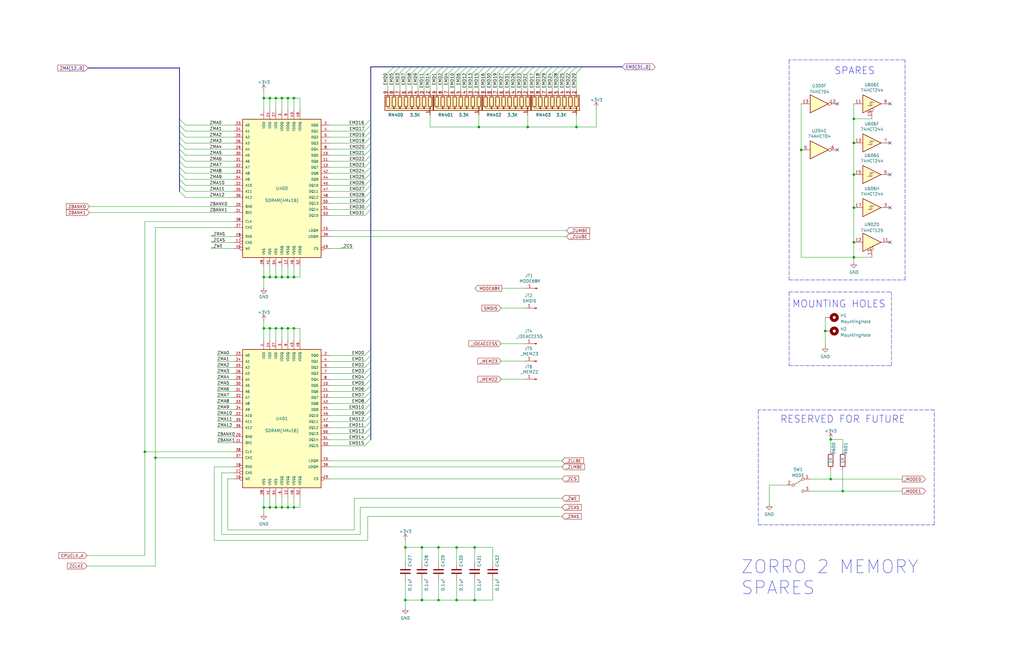
<source format=kicad_sch>
(kicad_sch (version 20211123) (generator eeschema)
  (paper "B")
  (title_block (title "Amiga N2630") (date "2022-11-26") (rev "3.0"))
  (lib_symbols
    (symbol "74xx:74HCT04"
      (property "Reference" "U" (at 0 1.27 0))
      (property "Value" "74HCT04" (at 0 -1.27 0))
      (symbol "74HCT04_1_0"
        (pin input line (at -7.62 0 0) (length 3.81) (name "~") (number "1"))
        (pin output inverted (at 7.62 0 180) (length 3.81) (name "~") (number "2"))
      )
      (symbol "74HCT04_2_0"
        (pin input line (at -7.62 0 0) (length 3.81) (name "~") (number "3"))
        (pin output inverted (at 7.62 0 180) (length 3.81) (name "~") (number "4"))
      )
      (symbol "74HCT04_3_0"
        (pin input line (at -7.62 0 0) (length 3.81) (name "~") (number "5"))
        (pin output inverted (at 7.62 0 180) (length 3.81) (name "~") (number "6"))
      )
      (symbol "74HCT04_4_0"
        (pin output inverted (at 7.62 0 180) (length 3.81) (name "~") (number "8"))
        (pin input line (at -7.62 0 0) (length 3.81) (name "~") (number "9"))
      )
      (symbol "74HCT04_5_0"
        (pin output inverted (at 7.62 0 180) (length 3.81) (name "~") (number "10"))
        (pin input line (at -7.62 0 0) (length 3.81) (name "~") (number "11"))
      )
      (symbol "74HCT04_6_0"
        (pin output inverted (at 7.62 0 180) (length 3.81) (name "~") (number "12"))
        (pin input line (at -7.62 0 0) (length 3.81) (name "~") (number "13"))
      )
      (symbol "74HCT04_7_0"
        (pin power_in line (at 0 12.7 270) (length 5.08) (name "VCC") (number "14"))
        (pin power_in line (at 0 -12.7 90) (length 5.08) (name "GND") (number "7"))
      )
    )
    (symbol "74xx:74LS05" (pin_names (offset 1.016))
      (property "Reference" "U" (at 0 1.27 0))
      (property "Value" "74LS05" (at 0 -1.27 0))
      (symbol "74LS05_1_0"
        (pin input line (at -7.62 0 0) (length 3.81) (name "~") (number "1"))
        (pin open_collector inverted (at 7.62 0 180) (length 3.81) (name "~") (number "2"))
      )
      (symbol "74LS05_2_0"
        (pin input line (at -7.62 0 0) (length 3.81) (name "~") (number "3"))
        (pin open_collector inverted (at 7.62 0 180) (length 3.81) (name "~") (number "4"))
      )
      (symbol "74LS05_3_0"
        (pin input line (at -7.62 0 0) (length 3.81) (name "~") (number "5"))
        (pin open_collector inverted (at 7.62 0 180) (length 3.81) (name "~") (number "6"))
      )
      (symbol "74LS05_4_0"
        (pin open_collector inverted (at 7.62 0 180) (length 3.81) (name "~") (number "8"))
        (pin input line (at -7.62 0 0) (length 3.81) (name "~") (number "9"))
      )
      (symbol "74LS05_5_0"
        (pin open_collector inverted (at 7.62 0 180) (length 3.81) (name "~") (number "10"))
        (pin input line (at -7.62 0 0) (length 3.81) (name "~") (number "11"))
      )
      (symbol "74LS05_6_0"
        (pin open_collector inverted (at 7.62 0 180) (length 3.81) (name "~") (number "12"))
        (pin input line (at -7.62 0 0) (length 3.81) (name "~") (number "13"))
      )
      (symbol "74LS05_7_0"
        (pin power_in line (at 0 12.7 270) (length 5.08) (name "VCC") (number "14"))
        (pin power_in line (at 0 -12.7 90) (length 5.08) (name "GND") (number "7"))
      )
    )
    (symbol "74xx:74LS125" (pin_names (offset 1.016))
      (property "Reference" "U" (at 0 1.27 0))
      (property "Value" "74LS125" (at 0 -1.27 0))
      (symbol "74LS125_1_0"
        (pin input inverted (at 0 -6.35 90) (length 4.445) (name "~") (number "1"))
        (pin input line (at -7.62 0 0) (length 3.81) (name "~") (number "2"))
        (pin tri_state line (at 7.62 0 180) (length 3.81) (name "~") (number "3"))
      )
      (symbol "74LS125_2_0"
        (pin input inverted (at 0 -6.35 90) (length 4.445) (name "~") (number "4"))
        (pin input line (at -7.62 0 0) (length 3.81) (name "~") (number "5"))
        (pin tri_state line (at 7.62 0 180) (length 3.81) (name "~") (number "6"))
      )
      (symbol "74LS125_3_0"
        (pin input inverted (at 0 -6.35 90) (length 4.445) (name "~") (number "10"))
        (pin tri_state line (at 7.62 0 180) (length 3.81) (name "~") (number "8"))
        (pin input line (at -7.62 0 0) (length 3.81) (name "~") (number "9"))
      )
      (symbol "74LS125_4_0"
        (pin tri_state line (at 7.62 0 180) (length 3.81) (name "~") (number "11"))
        (pin input line (at -7.62 0 0) (length 3.81) (name "~") (number "12"))
        (pin input inverted (at 0 -6.35 90) (length 4.445) (name "~") (number "13"))
      )
      (symbol "74LS125_5_0"
        (pin power_in line (at 0 12.7 270) (length 5.08) (name "VCC") (number "14"))
        (pin power_in line (at 0 -12.7 90) (length 5.08) (name "GND") (number "7"))
      )
    )
    (symbol "74xx:74LS244_Split"
      (property "Reference" "U" (at 0 1.27 0))
      (property "Value" "74LS244_Split" (at 0 -1.27 0))
      (symbol "74LS244_Split_1_0"
        (pin input inverted (at 0 -6.35 90) (length 4.445) (name "~") (number "1"))
        (pin tri_state line (at 7.62 0 180) (length 3.81) (name "~") (number "18"))
        (pin input line (at -7.62 0 0) (length 3.81) (name "~") (number "2"))
      )
      (symbol "74LS244_Split_2_0"
        (pin tri_state line (at 7.62 0 180) (length 3.81) (name "~") (number "16"))
        (pin input line (at -7.62 0 0) (length 3.81) (name "~") (number "4"))
      )
      (symbol "74LS244_Split_3_0"
        (pin tri_state line (at 7.62 0 180) (length 3.81) (name "~") (number "14"))
        (pin input line (at -7.62 0 0) (length 3.81) (name "~") (number "6"))
      )
      (symbol "74LS244_Split_4_0"
        (pin tri_state line (at 7.62 0 180) (length 3.81) (name "~") (number "12"))
        (pin input line (at -7.62 0 0) (length 3.81) (name "~") (number "8"))
      )
      (symbol "74LS244_Split_5_0"
        (pin input line (at -7.62 0 0) (length 3.81) (name "~") (number "11"))
        (pin input inverted (at 0 -6.35 90) (length 4.445) (name "~") (number "19"))
        (pin tri_state line (at 7.62 0 180) (length 3.81) (name "~") (number "9"))
      )
      (symbol "74LS244_Split_6_0"
        (pin input line (at -7.62 0 0) (length 3.81) (name "~") (number "13"))
        (pin tri_state line (at 7.62 0 180) (length 3.81) (name "~") (number "7"))
      )
      (symbol "74LS244_Split_7_0"
        (pin input line (at -7.62 0 0) (length 3.81) (name "~") (number "15"))
        (pin tri_state line (at 7.62 0 180) (length 3.81) (name "~") (number "5"))
      )
      (symbol "74LS244_Split_8_0"
        (pin input line (at -7.62 0 0) (length 3.81) (name "~") (number "17"))
        (pin tri_state line (at 7.62 0 180) (length 3.81) (name "~") (number "3"))
      )
      (symbol "74LS244_Split_9_0"
        (pin power_in line (at 0 -12.7 90) (length 5.08) (name "GND") (number "10"))
        (pin power_in line (at 0 12.7 270) (length 5.08) (name "VCC") (number "20"))
      )
    )
    (symbol "Connector:Conn_01x01_Male" (pin_names (offset 1.016) hide)
      (property "Reference" "J" (at 0 2.54 0))
      (property "Value" "Conn_01x01_Male" (at 0 -2.54 0))
      (symbol "Conn_01x01_Male_1_1"
        (pin passive line (at 5.08 0 180) (length 3.81) (name "Pin_1") (number "1"))
      )
    )
    (symbol "Device:C" (pin_numbers hide) (pin_names (offset 0.254))
      (property "Reference" "C" (at 0.635 2.54 0))
      (property "Value" "C" (at 0.635 -2.54 0))
      (symbol "C_1_1"
        (pin passive line (at 0 3.81 270) (length 2.794) (name "~") (number "1"))
        (pin passive line (at 0 -3.81 90) (length 2.794) (name "~") (number "2"))
      )
    )
    (symbol "Device:R" (pin_numbers hide) (pin_names (offset 0))
      (property "Reference" "R" (at 2.032 0 90))
      (property "Value" "R" (at 0 0 90))
      (symbol "R_1_1"
        (pin passive line (at 0 3.81 270) (length 1.27) (name "~") (number "1"))
        (pin passive line (at 0 -3.81 90) (length 1.27) (name "~") (number "2"))
      )
    )
    (symbol "Device:R_Network08" (pin_names (offset 0) hide)
      (property "Reference" "RN" (at -12.7 0 90))
      (property "Value" "R_Network08" (at 10.16 0 90))
      (symbol "R_Network08_1_1"
        (pin passive line (at -10.16 5.08 270) (length 2.54) (name "common") (number "1"))
        (pin passive line (at -10.16 -5.08 90) (length 1.27) (name "R1") (number "2"))
        (pin passive line (at -7.62 -5.08 90) (length 1.27) (name "R2") (number "3"))
        (pin passive line (at -5.08 -5.08 90) (length 1.27) (name "R3") (number "4"))
        (pin passive line (at -2.54 -5.08 90) (length 1.27) (name "R4") (number "5"))
        (pin passive line (at 0 -5.08 90) (length 1.27) (name "R5") (number "6"))
        (pin passive line (at 2.54 -5.08 90) (length 1.27) (name "R6") (number "7"))
        (pin passive line (at 5.08 -5.08 90) (length 1.27) (name "R7") (number "8"))
        (pin passive line (at 7.62 -5.08 90) (length 1.27) (name "R8") (number "9"))
      )
    )
    (symbol "Mechanical:MountingHole_Pad" (pin_numbers hide) (pin_names (offset 1.016) hide)
      (property "Reference" "H" (at 0 6.35 0))
      (property "Value" "MountingHole_Pad" (at 0 4.445 0))
      (symbol "MountingHole_Pad_1_1"
        (pin input line (at 0 -2.54 90) (length 2.54) (name "1") (number "1"))
      )
    )
    (symbol "N2630:SDRAM_256MB(16Mx16)" (pin_names (offset 1.016))
      (property "Reference" "U" (at -1.27 3.81 0))
      (property "Value" "SDRAM_256MB(16Mx16)" (at 0 -3.81 0))
      (symbol "SDRAM_256MB(16Mx16)_0_0"
        (pin input line (at -20.32 -3.81 0) (length 3.81) (name "A12") (number "36"))
      )
      (symbol "SDRAM_256MB(16Mx16)_1_1"
        (pin power_in line (at -7.62 33.02 270) (length 3.81) (name "VDD") (number "1"))
        (pin bidirectional line (at 20.32 13.97 180) (length 3.81) (name "DQ5") (number "10"))
        (pin bidirectional line (at 20.32 11.43 180) (length 3.81) (name "DQ6") (number "11"))
        (pin power_in line (at 2.54 -33.02 90) (length 3.81) (name "VSSQ") (number "12"))
        (pin bidirectional line (at 20.32 8.89 180) (length 3.81) (name "DQ7") (number "13"))
        (pin power_in line (at -5.08 33.02 270) (length 3.81) (name "VDD") (number "14"))
        (pin input line (at 20.32 -17.78 180) (length 3.81) (name "LDQM") (number "15"))
        (pin input inverted (at -20.32 -25.4 0) (length 3.81) (name "WE") (number "16"))
        (pin input inverted (at -20.32 -22.86 0) (length 3.81) (name "CAS") (number "17"))
        (pin input inverted (at -20.32 -20.32 0) (length 3.81) (name "RAS") (number "18"))
        (pin input inverted (at 20.32 -25.4 180) (length 3.81) (name "CS") (number "19"))
        (pin bidirectional line (at 20.32 26.67 180) (length 3.81) (name "DQ0") (number "2"))
        (pin input line (at -20.32 -7.62 0) (length 3.81) (name "BA0") (number "20"))
        (pin input line (at -20.32 -10.16 0) (length 3.81) (name "BA1") (number "21"))
        (pin input line (at -20.32 1.27 0) (length 3.81) (name "A10") (number "22"))
        (pin input line (at -20.32 26.67 0) (length 3.81) (name "A0") (number "23"))
        (pin input line (at -20.32 24.13 0) (length 3.81) (name "A1") (number "24"))
        (pin input line (at -20.32 21.59 0) (length 3.81) (name "A2") (number "25"))
        (pin input line (at -20.32 19.05 0) (length 3.81) (name "A3") (number "26"))
        (pin power_in line (at -2.54 33.02 270) (length 3.81) (name "VDD") (number "27"))
        (pin power_in line (at -7.62 -33.02 90) (length 3.81) (name "VSS") (number "28"))
        (pin input line (at -20.32 16.51 0) (length 3.81) (name "A4") (number "29"))
        (pin power_in line (at 0 33.02 270) (length 3.81) (name "VDDQ") (number "3"))
        (pin input line (at -20.32 13.97 0) (length 3.81) (name "A5") (number "30"))
        (pin input line (at -20.32 11.43 0) (length 3.81) (name "A6") (number "31"))
        (pin input line (at -20.32 8.89 0) (length 3.81) (name "A7") (number "32"))
        (pin input line (at -20.32 6.35 0) (length 3.81) (name "A8") (number "33"))
        (pin input line (at -20.32 3.81 0) (length 3.81) (name "A9") (number "34"))
        (pin input line (at -20.32 -1.27 0) (length 3.81) (name "A11") (number "35"))
        (pin input line (at -20.32 -16.51 0) (length 3.81) (name "CKE") (number "37"))
        (pin input line (at -20.32 -13.97 0) (length 3.81) (name "CLK") (number "38"))
        (pin input line (at 20.32 -20.32 180) (length 3.81) (name "UDQM") (number "39"))
        (pin bidirectional line (at 20.32 24.13 180) (length 3.81) (name "DQ1") (number "4"))
        (pin power_in line (at -5.08 -33.02 90) (length 3.81) (name "VSS") (number "41"))
        (pin bidirectional line (at 20.32 6.35 180) (length 3.81) (name "DQ8") (number "42"))
        (pin power_in line (at 5.08 33.02 270) (length 3.81) (name "VDDQ") (number "43"))
        (pin bidirectional line (at 20.32 3.81 180) (length 3.81) (name "DQ9") (number "44"))
        (pin bidirectional line (at 20.32 1.27 180) (length 3.81) (name "DQ10") (number "45"))
        (pin power_in line (at 5.08 -33.02 90) (length 3.81) (name "VSSQ") (number "46"))
        (pin bidirectional line (at 20.32 -1.27 180) (length 3.81) (name "DQ11") (number "47"))
        (pin bidirectional line (at 20.32 -3.81 180) (length 3.81) (name "DQ12") (number "48"))
        (pin power_in line (at 7.62 33.02 270) (length 3.81) (name "VDDQ") (number "49"))
        (pin bidirectional line (at 20.32 21.59 180) (length 3.81) (name "DQ2") (number "5"))
        (pin bidirectional line (at 20.32 -6.35 180) (length 3.81) (name "DQ13") (number "50"))
        (pin bidirectional line (at 20.32 -8.89 180) (length 3.81) (name "DQ14") (number "51"))
        (pin power_in line (at 7.62 -33.02 90) (length 3.81) (name "VSSQ") (number "52"))
        (pin bidirectional line (at 20.32 -11.43 180) (length 3.81) (name "DQ15") (number "53"))
        (pin power_in line (at -2.54 -33.02 90) (length 3.81) (name "VSS") (number "54"))
        (pin power_in line (at 0 -33.02 90) (length 3.81) (name "VSSQ") (number "6"))
        (pin bidirectional line (at 20.32 19.05 180) (length 3.81) (name "DQ3") (number "7"))
        (pin bidirectional line (at 20.32 16.51 180) (length 3.81) (name "DQ4") (number "8"))
        (pin power_in line (at 2.54 33.02 270) (length 3.81) (name "VDDQ") (number "9"))
      )
    )
    (symbol "Switch:SW_SPDT" (pin_names (offset 0) hide)
      (property "Reference" "SW" (at 0 4.318 0))
      (property "Value" "SW_SPDT" (at 0 -5.08 0))
      (symbol "SW_SPDT_1_1"
        (pin passive line (at 5.08 2.54 180) (length 2.54) (name "A") (number "1"))
        (pin passive line (at -5.08 0 0) (length 2.54) (name "B") (number "2"))
        (pin passive line (at 5.08 -2.54 180) (length 2.54) (name "C") (number "3"))
      )
    )
    (symbol "power:+3.3V" (power) (pin_names (offset 0))
      (property "Value" "+3.3V" (at 0 3.556 0))
      (symbol "+3.3V_1_1"
        (pin power_in line (at 0 0 90) (length 0) hide (name "+3V3") (number "1"))
      )
    )
    (symbol "power:GND" (power) (pin_names (offset 0))
      (property "Value" "GND" (at 0 -3.81 0))
      (symbol "GND_1_1"
        (pin power_in line (at 0 0 270) (length 0) hide (name "GND") (number "1"))
      )
    )
  )
  (junction (at 243.078 53.594))
  (junction (at 170.942 253.238))
  (junction (at 118.872 138.557))
  (junction (at 360.045 108.585))
  (junction (at 222.504 53.594))
  (junction (at 350.266 202.184))
  (junction (at 121.412 41.402))
  (junction (at 111.252 116.967))
  (junction (at 201.93 53.594))
  (junction (at 111.252 138.557))
  (junction (at 337.82 63.246))
  (junction (at 170.942 231.013))
  (junction (at 192.532 231.013))
  (junction (at 123.952 41.402))
  (junction (at 177.927 231.013))
  (junction (at 113.792 214.122))
  (junction (at 113.792 116.967))
  (junction (at 111.252 41.402))
  (junction (at 116.332 41.402))
  (junction (at 177.927 253.238))
  (junction (at 113.792 138.557))
  (junction (at 200.152 253.238))
  (junction (at 355.346 207.264))
  (junction (at 360.045 87.63))
  (junction (at 121.412 138.557))
  (junction (at 61.087 190.627))
  (junction (at 118.872 116.967))
  (junction (at 116.332 116.967))
  (junction (at 113.792 41.402))
  (junction (at 116.332 214.122))
  (junction (at 116.332 138.557))
  (junction (at 360.045 60.325))
  (junction (at 360.045 102.235))
  (junction (at 123.952 138.557))
  (junction (at 123.952 116.967))
  (junction (at 123.952 214.122))
  (junction (at 184.912 253.238))
  (junction (at 347.98 139.7))
  (junction (at 118.872 41.402))
  (junction (at 200.152 231.013))
  (junction (at 360.045 50.165))
  (junction (at 118.872 214.122))
  (junction (at 111.252 214.122))
  (junction (at 350.266 185.42))
  (junction (at 65.532 193.167))
  (junction (at 121.412 214.122))
  (junction (at 360.045 73.66))
  (junction (at 121.412 116.967))
  (junction (at 184.912 231.013))
  (junction (at 192.532 253.238))
  (no_connect (at 353.06 63.246))
  (no_connect (at 375.285 102.235))
  (no_connect (at 375.285 43.815))
  (no_connect (at 375.285 87.63))
  (no_connect (at 375.285 60.325))
  (no_connect (at 375.285 73.66))
  (no_connect (at 353.06 43.815))
  (bus_entry (at 78.232 83.312) (size -2.54 -2.54))
  (bus_entry (at 222.504 30.734) (size 2.54 -2.54))
  (bus_entry (at 230.378 28.194) (size -2.54 2.54))
  (bus_entry (at 153.797 149.987) (size 2.54 -2.54))
  (bus_entry (at 153.797 152.527) (size 2.54 -2.54))
  (bus_entry (at 166.116 28.194) (size -2.54 2.54))
  (bus_entry (at 240.538 30.734) (size 2.54 -2.54))
  (bus_entry (at 217.424 28.194) (size -2.54 2.54))
  (bus_entry (at 196.85 28.194) (size -2.54 2.54))
  (bus_entry (at 243.078 30.734) (size 2.54 -2.54))
  (bus_entry (at 153.797 55.372) (size 2.54 -2.54))
  (bus_entry (at 171.196 28.194) (size -2.54 2.54))
  (bus_entry (at 207.264 28.194) (size -2.54 2.54))
  (bus_entry (at 191.77 28.194) (size -2.54 2.54))
  (bus_entry (at 219.964 30.734) (size 2.54 -2.54))
  (bus_entry (at 153.797 175.387) (size 2.54 -2.54))
  (bus_entry (at 153.797 185.547) (size 2.54 -2.54))
  (bus_entry (at 235.458 28.194) (size -2.54 2.54))
  (bus_entry (at 176.276 28.194) (size -2.54 2.54))
  (bus_entry (at 78.232 80.772) (size -2.54 -2.54))
  (bus_entry (at 178.816 28.194) (size -2.54 2.54))
  (bus_entry (at 237.998 28.194) (size -2.54 2.54))
  (bus_entry (at 153.797 65.532) (size 2.54 -2.54))
  (bus_entry (at 168.656 28.194) (size -2.54 2.54))
  (bus_entry (at 153.797 90.932) (size 2.54 -2.54))
  (bus_entry (at 214.884 28.194) (size -2.54 2.54))
  (bus_entry (at 153.797 157.607) (size 2.54 -2.54))
  (bus_entry (at 232.918 28.194) (size -2.54 2.54))
  (bus_entry (at 153.797 75.692) (size 2.54 -2.54))
  (bus_entry (at 153.797 188.087) (size 2.54 -2.54))
  (bus_entry (at 153.797 70.612) (size 2.54 -2.54))
  (bus_entry (at 153.797 165.227) (size 2.54 -2.54))
  (bus_entry (at 153.797 177.927) (size 2.54 -2.54))
  (bus_entry (at 153.797 80.772) (size 2.54 -2.54))
  (bus_entry (at 178.816 30.734) (size 2.54 -2.54))
  (bus_entry (at 181.356 30.734) (size 2.54 -2.54))
  (bus_entry (at 153.797 160.147) (size 2.54 -2.54))
  (bus_entry (at 199.39 28.194) (size -2.54 2.54))
  (bus_entry (at 153.797 162.687) (size 2.54 -2.54))
  (bus_entry (at 153.797 68.072) (size 2.54 -2.54))
  (bus_entry (at 153.797 57.912) (size 2.54 -2.54))
  (bus_entry (at 194.31 28.194) (size -2.54 2.54))
  (bus_entry (at 153.797 183.007) (size 2.54 -2.54))
  (bus_entry (at 153.797 85.852) (size 2.54 -2.54))
  (bus_entry (at 153.797 170.307) (size 2.54 -2.54))
  (bus_entry (at 153.797 155.067) (size 2.54 -2.54))
  (bus_entry (at 186.69 28.194) (size -2.54 2.54))
  (bus_entry (at 153.797 180.467) (size 2.54 -2.54))
  (bus_entry (at 199.39 30.734) (size 2.54 -2.54))
  (bus_entry (at 153.797 60.452) (size 2.54 -2.54))
  (bus_entry (at 173.736 28.194) (size -2.54 2.54))
  (bus_entry (at 153.797 73.152) (size 2.54 -2.54))
  (bus_entry (at 153.797 172.847) (size 2.54 -2.54))
  (bus_entry (at 240.538 28.194) (size -2.54 2.54))
  (bus_entry (at 201.93 30.734) (size 2.54 -2.54))
  (bus_entry (at 227.838 28.194) (size -2.54 2.54))
  (bus_entry (at 153.797 88.392) (size 2.54 -2.54))
  (bus_entry (at 153.797 83.312) (size 2.54 -2.54))
  (bus_entry (at 153.797 52.832) (size 2.54 -2.54))
  (bus_entry (at 78.232 52.832) (size -2.54 -2.54))
  (bus_entry (at 78.232 55.372) (size -2.54 -2.54))
  (bus_entry (at 78.232 57.912) (size -2.54 -2.54))
  (bus_entry (at 78.232 60.452) (size -2.54 -2.54))
  (bus_entry (at 78.232 62.992) (size -2.54 -2.54))
  (bus_entry (at 78.232 70.612) (size -2.54 -2.54))
  (bus_entry (at 78.232 73.152) (size -2.54 -2.54))
  (bus_entry (at 78.232 75.692) (size -2.54 -2.54))
  (bus_entry (at 78.232 78.232) (size -2.54 -2.54))
  (bus_entry (at 78.232 68.072) (size -2.54 -2.54))
  (bus_entry (at 78.232 65.532) (size -2.54 -2.54))
  (bus_entry (at 189.23 28.194) (size -2.54 2.54))
  (bus_entry (at 219.964 28.194) (size -2.54 2.54))
  (bus_entry (at 209.804 28.194) (size -2.54 2.54))
  (bus_entry (at 153.797 78.232) (size 2.54 -2.54))
  (bus_entry (at 212.344 28.194) (size -2.54 2.54))
  (bus_entry (at 153.797 167.767) (size 2.54 -2.54))
  (bus_entry (at 153.797 62.992) (size 2.54 -2.54))
  (wire (pts (xy 222.504 30.734) (xy 222.504 38.354)))
  (wire (pts (xy 91.567 165.227) (xy 98.552 165.227)))
  (wire (pts (xy 367.665 50.165) (xy 360.045 50.165)))
  (wire (pts (xy 139.192 162.687) (xy 153.797 162.687)))
  (wire (pts (xy 65.532 193.167) (xy 65.532 96.012)))
  (wire (pts (xy 93.472 199.517) (xy 93.472 225.552)))
  (wire (pts (xy 78.232 57.912) (xy 98.552 57.912)))
  (wire (pts (xy 111.252 214.122) (xy 113.792 214.122)))
  (bus (pts (xy 156.337 85.852) (xy 156.337 83.312)))
  (wire (pts (xy 139.192 160.147) (xy 153.797 160.147)))
  (wire (pts (xy 207.772 253.238) (xy 207.772 244.983)))
  (wire (pts (xy 121.412 138.557) (xy 121.412 143.637)))
  (wire (pts (xy 214.884 30.734) (xy 214.884 38.354)))
  (wire (pts (xy 91.567 172.847) (xy 98.552 172.847)))
  (wire (pts (xy 121.412 209.677) (xy 121.412 214.122)))
  (wire (pts (xy 113.792 41.402) (xy 116.332 41.402)))
  (wire (pts (xy 126.492 209.677) (xy 126.492 214.122)))
  (wire (pts (xy 78.232 78.232) (xy 98.552 78.232)))
  (wire (pts (xy 243.078 53.594) (xy 251.46 53.594)))
  (wire (pts (xy 139.192 172.847) (xy 153.797 172.847)))
  (wire (pts (xy 139.192 180.467) (xy 153.797 180.467)))
  (wire (pts (xy 118.872 116.967) (xy 121.412 116.967)))
  (bus (pts (xy 186.69 28.194) (xy 189.23 28.194)))
  (bus (pts (xy 232.918 28.194) (xy 235.458 28.194)))
  (wire (pts (xy 116.332 138.557) (xy 116.332 143.637)))
  (wire (pts (xy 149.352 210.312) (xy 236.982 210.312)))
  (wire (pts (xy 113.792 138.557) (xy 116.332 138.557)))
  (bus (pts (xy 173.736 28.194) (xy 176.276 28.194)))
  (wire (pts (xy 78.232 70.612) (xy 98.552 70.612)))
  (wire (pts (xy 123.952 112.522) (xy 123.952 116.967)))
  (wire (pts (xy 121.412 214.122) (xy 123.952 214.122)))
  (wire (pts (xy 116.332 112.522) (xy 116.332 116.967)))
  (bus (pts (xy 199.39 28.194) (xy 201.93 28.194)))
  (wire (pts (xy 171.196 30.734) (xy 171.196 38.354)))
  (wire (pts (xy 118.872 214.122) (xy 121.412 214.122)))
  (bus (pts (xy 217.424 28.194) (xy 219.964 28.194)))
  (wire (pts (xy 96.012 223.647) (xy 149.352 223.647)))
  (wire (pts (xy 225.298 30.734) (xy 225.298 38.354)))
  (wire (pts (xy 170.942 253.238) (xy 170.942 256.413)))
  (bus (pts (xy 37.084 28.702) (xy 75.692 28.702)))
  (bus (pts (xy 75.692 68.072) (xy 75.692 65.532)))
  (bus (pts (xy 156.337 160.147) (xy 156.337 157.607)))
  (bus (pts (xy 191.77 28.194) (xy 194.31 28.194)))
  (wire (pts (xy 355.346 190.5) (xy 355.346 185.42)))
  (wire (pts (xy 111.252 46.482) (xy 111.252 41.402)))
  (bus (pts (xy 156.337 55.372) (xy 156.337 52.832)))
  (bus (pts (xy 156.337 83.312) (xy 156.337 80.772)))
  (wire (pts (xy 170.942 253.238) (xy 177.927 253.238)))
  (wire (pts (xy 331.47 204.724) (xy 324.358 204.724)))
  (wire (pts (xy 139.192 104.902) (xy 148.717 104.902)))
  (wire (pts (xy 78.232 73.152) (xy 98.552 73.152)))
  (bus (pts (xy 189.23 28.194) (xy 191.77 28.194)))
  (wire (pts (xy 211.328 130.048) (xy 221.234 130.048)))
  (bus (pts (xy 75.692 70.612) (xy 75.692 68.072)))
  (wire (pts (xy 360.045 108.585) (xy 360.045 110.49)))
  (wire (pts (xy 178.816 30.734) (xy 178.816 38.354)))
  (wire (pts (xy 211.328 145.034) (xy 221.234 145.034)))
  (wire (pts (xy 207.772 231.013) (xy 200.152 231.013)))
  (wire (pts (xy 139.192 90.932) (xy 153.797 90.932)))
  (wire (pts (xy 139.192 185.547) (xy 153.797 185.547)))
  (wire (pts (xy 200.152 253.238) (xy 200.152 244.983)))
  (wire (pts (xy 355.346 207.264) (xy 380.492 207.264)))
  (wire (pts (xy 192.532 237.363) (xy 192.532 231.013)))
  (wire (pts (xy 139.192 157.607) (xy 153.797 157.607)))
  (wire (pts (xy 96.012 202.057) (xy 96.012 223.647)))
  (wire (pts (xy 98.552 93.472) (xy 61.087 93.472)))
  (wire (pts (xy 192.532 253.238) (xy 200.152 253.238)))
  (wire (pts (xy 123.952 138.557) (xy 123.952 143.637)))
  (wire (pts (xy 151.892 225.552) (xy 151.892 214.122)))
  (wire (pts (xy 78.232 52.832) (xy 98.552 52.832)))
  (bus (pts (xy 156.337 52.832) (xy 156.337 50.292)))
  (bus (pts (xy 156.337 177.927) (xy 156.337 175.387)))
  (wire (pts (xy 360.045 60.325) (xy 360.045 73.66)))
  (wire (pts (xy 111.252 116.967) (xy 111.252 121.412)))
  (bus (pts (xy 156.337 185.547) (xy 156.337 183.007)))
  (wire (pts (xy 139.192 167.767) (xy 153.797 167.767)))
  (bus (pts (xy 75.692 55.372) (xy 75.692 52.832)))
  (bus (pts (xy 214.884 28.194) (xy 217.424 28.194)))
  (wire (pts (xy 139.192 152.527) (xy 153.797 152.527)))
  (wire (pts (xy 91.567 157.607) (xy 98.552 157.607)))
  (wire (pts (xy 200.152 231.013) (xy 192.532 231.013)))
  (wire (pts (xy 341.63 202.184) (xy 350.266 202.184)))
  (wire (pts (xy 235.458 30.734) (xy 235.458 38.354)))
  (wire (pts (xy 111.252 209.677) (xy 111.252 214.122)))
  (wire (pts (xy 139.192 65.532) (xy 153.797 65.532)))
  (wire (pts (xy 91.5924 180.467) (xy 98.552 180.467)))
  (wire (pts (xy 78.232 65.532) (xy 98.552 65.532)))
  (wire (pts (xy 116.332 138.557) (xy 118.872 138.557)))
  (wire (pts (xy 78.232 55.372) (xy 98.552 55.372)))
  (wire (pts (xy 98.552 199.517) (xy 93.472 199.517)))
  (wire (pts (xy 113.792 116.967) (xy 116.332 116.967)))
  (wire (pts (xy 139.192 78.232) (xy 153.797 78.232)))
  (wire (pts (xy 212.344 30.734) (xy 212.344 38.354)))
  (wire (pts (xy 350.266 202.184) (xy 380.492 202.184)))
  (wire (pts (xy 189.23 30.734) (xy 189.23 38.354)))
  (bus (pts (xy 156.337 183.007) (xy 156.337 180.467)))
  (wire (pts (xy 360.045 73.66) (xy 360.045 87.63)))
  (wire (pts (xy 360.045 108.585) (xy 337.82 108.585)))
  (wire (pts (xy 90.297 228.092) (xy 155.067 228.092)))
  (polyline (pts (xy 332.74 25.273) (xy 332.74 118.11)))
  (bus (pts (xy 156.337 78.232) (xy 156.337 75.692)))
  (wire (pts (xy 91.567 160.147) (xy 98.552 160.147)))
  (polyline (pts (xy 375.92 154.305) (xy 375.92 123.19)))
  (bus (pts (xy 156.337 57.912) (xy 156.337 55.372)))
  (bus (pts (xy 156.337 165.227) (xy 156.337 162.687)))
  (wire (pts (xy 78.232 80.772) (xy 98.552 80.772)))
  (wire (pts (xy 123.952 138.557) (xy 126.492 138.557)))
  (wire (pts (xy 177.927 244.983) (xy 177.927 253.238)))
  (bus (pts (xy 156.337 155.067) (xy 156.337 152.527)))
  (wire (pts (xy 61.087 93.472) (xy 61.087 190.627)))
  (wire (pts (xy 199.39 30.734) (xy 199.39 38.354)))
  (bus (pts (xy 230.378 28.194) (xy 232.918 28.194)))
  (wire (pts (xy 61.087 190.627) (xy 61.087 234.442)))
  (wire (pts (xy 139.192 85.852) (xy 153.797 85.852)))
  (wire (pts (xy 230.378 30.734) (xy 230.378 38.354)))
  (bus (pts (xy 156.337 80.772) (xy 156.337 78.232)))
  (wire (pts (xy 200.152 253.238) (xy 207.772 253.238)))
  (wire (pts (xy 251.46 45.72) (xy 251.46 53.594)))
  (wire (pts (xy 78.232 83.312) (xy 98.552 83.312)))
  (wire (pts (xy 91.5924 177.927) (xy 98.552 177.927)))
  (wire (pts (xy 186.69 30.734) (xy 186.69 38.354)))
  (polyline (pts (xy 381.635 25.273) (xy 332.74 25.273)))
  (wire (pts (xy 139.192 55.372) (xy 153.797 55.372)))
  (wire (pts (xy 139.192 60.452) (xy 153.797 60.452)))
  (bus (pts (xy 227.838 28.194) (xy 230.378 28.194)))
  (polyline (pts (xy 332.74 123.19) (xy 332.74 154.305)))
  (bus (pts (xy 178.816 28.194) (xy 181.356 28.194)))
  (wire (pts (xy 139.192 73.152) (xy 153.797 73.152)))
  (wire (pts (xy 177.927 253.238) (xy 184.912 253.238)))
  (bus (pts (xy 156.337 73.152) (xy 156.337 70.612)))
  (wire (pts (xy 181.356 48.514) (xy 181.356 53.594)))
  (wire (pts (xy 360.045 43.815) (xy 360.045 50.165)))
  (bus (pts (xy 156.337 175.387) (xy 156.337 172.847)))
  (wire (pts (xy 151.892 214.122) (xy 236.982 214.122)))
  (wire (pts (xy 126.492 138.557) (xy 126.492 143.637)))
  (wire (pts (xy 78.232 62.992) (xy 98.552 62.992)))
  (bus (pts (xy 75.692 52.832) (xy 75.692 50.292)))
  (wire (pts (xy 89.027 104.902) (xy 98.552 104.902)))
  (wire (pts (xy 91.567 184.277) (xy 98.552 184.277)))
  (wire (pts (xy 139.192 196.977) (xy 236.982 196.977)))
  (wire (pts (xy 111.252 41.402) (xy 113.792 41.402)))
  (wire (pts (xy 194.31 30.734) (xy 194.31 38.354)))
  (wire (pts (xy 91.567 186.817) (xy 98.552 186.817)))
  (wire (pts (xy 196.85 30.734) (xy 196.85 38.354)))
  (wire (pts (xy 118.872 112.522) (xy 118.872 116.967)))
  (wire (pts (xy 89.027 102.362) (xy 98.552 102.362)))
  (wire (pts (xy 111.252 116.967) (xy 113.792 116.967)))
  (wire (pts (xy 116.332 116.967) (xy 118.872 116.967)))
  (wire (pts (xy 184.15 30.734) (xy 184.15 38.354)))
  (wire (pts (xy 139.192 194.437) (xy 236.982 194.437)))
  (wire (pts (xy 61.087 190.627) (xy 98.552 190.627)))
  (wire (pts (xy 113.792 112.522) (xy 113.792 116.967)))
  (wire (pts (xy 201.93 53.594) (xy 222.504 53.594)))
  (wire (pts (xy 170.942 244.983) (xy 170.942 253.238)))
  (wire (pts (xy 113.792 214.122) (xy 116.332 214.122)))
  (wire (pts (xy 237.998 30.734) (xy 237.998 38.354)))
  (wire (pts (xy 139.192 165.227) (xy 153.797 165.227)))
  (wire (pts (xy 116.332 41.402) (xy 116.332 46.482)))
  (wire (pts (xy 181.356 30.734) (xy 181.356 38.354)))
  (wire (pts (xy 139.192 68.072) (xy 153.797 68.072)))
  (wire (pts (xy 168.656 30.734) (xy 168.656 38.354)))
  (wire (pts (xy 91.567 149.987) (xy 98.552 149.987)))
  (wire (pts (xy 111.252 214.122) (xy 111.252 216.662)))
  (wire (pts (xy 139.192 62.992) (xy 153.797 62.992)))
  (wire (pts (xy 211.328 152.4) (xy 221.234 152.4)))
  (wire (pts (xy 118.872 138.557) (xy 121.412 138.557)))
  (wire (pts (xy 139.192 57.912) (xy 153.797 57.912)))
  (wire (pts (xy 355.346 198.12) (xy 355.346 207.264)))
  (wire (pts (xy 139.192 183.007) (xy 153.797 183.007)))
  (wire (pts (xy 173.736 30.734) (xy 173.736 38.354)))
  (wire (pts (xy 337.82 43.815) (xy 337.82 63.246)))
  (bus (pts (xy 156.337 180.467) (xy 156.337 177.927)))
  (wire (pts (xy 123.952 41.402) (xy 123.952 46.482)))
  (wire (pts (xy 65.532 193.167) (xy 98.552 193.167)))
  (wire (pts (xy 118.872 41.402) (xy 118.872 46.482)))
  (wire (pts (xy 192.532 253.238) (xy 192.532 244.983)))
  (wire (pts (xy 177.927 231.013) (xy 177.927 237.363)))
  (wire (pts (xy 111.252 135.382) (xy 111.252 138.557)))
  (wire (pts (xy 111.252 112.522) (xy 111.252 116.967)))
  (bus (pts (xy 240.538 28.194) (xy 243.078 28.194)))
  (polyline (pts (xy 319.786 221.488) (xy 393.954 221.488)))
  (wire (pts (xy 201.93 30.734) (xy 201.93 38.354)))
  (wire (pts (xy 98.552 196.977) (xy 90.297 196.977)))
  (wire (pts (xy 78.232 60.452) (xy 98.552 60.452)))
  (bus (pts (xy 194.31 28.194) (xy 196.85 28.194)))
  (wire (pts (xy 139.192 202.057) (xy 236.982 202.057)))
  (wire (pts (xy 139.192 177.927) (xy 153.797 177.927)))
  (wire (pts (xy 139.192 83.312) (xy 153.797 83.312)))
  (bus (pts (xy 156.337 152.527) (xy 156.337 149.987)))
  (wire (pts (xy 347.98 133.985) (xy 347.98 139.7)))
  (wire (pts (xy 324.358 204.724) (xy 324.358 212.598)))
  (wire (pts (xy 139.192 88.392) (xy 153.797 88.392)))
  (bus (pts (xy 166.116 28.194) (xy 168.656 28.194)))
  (wire (pts (xy 211.328 160.02) (xy 221.234 160.02)))
  (wire (pts (xy 207.264 30.734) (xy 207.264 38.354)))
  (bus (pts (xy 75.692 57.912) (xy 75.692 55.372)))
  (wire (pts (xy 184.912 231.013) (xy 177.927 231.013)))
  (bus (pts (xy 201.93 28.194) (xy 204.47 28.194)))
  (wire (pts (xy 111.252 38.227) (xy 111.252 41.402)))
  (wire (pts (xy 91.567 162.687) (xy 98.552 162.687)))
  (wire (pts (xy 350.266 198.12) (xy 350.266 202.184)))
  (wire (pts (xy 139.192 155.067) (xy 153.797 155.067)))
  (wire (pts (xy 200.152 237.363) (xy 200.152 231.013)))
  (bus (pts (xy 156.337 167.767) (xy 156.337 165.227)))
  (bus (pts (xy 156.337 172.847) (xy 156.337 170.307)))
  (bus (pts (xy 235.458 28.194) (xy 237.998 28.194)))
  (wire (pts (xy 207.772 237.363) (xy 207.772 231.013)))
  (wire (pts (xy 184.912 244.983) (xy 184.912 253.238)))
  (bus (pts (xy 207.264 28.194) (xy 209.804 28.194)))
  (wire (pts (xy 243.078 48.514) (xy 243.078 53.594)))
  (wire (pts (xy 123.952 41.402) (xy 126.492 41.402)))
  (polyline (pts (xy 319.786 172.974) (xy 319.786 221.488)))
  (wire (pts (xy 222.504 53.594) (xy 243.078 53.594)))
  (wire (pts (xy 91.567 167.767) (xy 98.552 167.767)))
  (bus (pts (xy 212.344 28.194) (xy 214.884 28.194)))
  (wire (pts (xy 191.77 30.734) (xy 191.77 38.354)))
  (wire (pts (xy 139.192 80.772) (xy 153.797 80.772)))
  (bus (pts (xy 75.692 78.232) (xy 75.692 80.772)))
  (wire (pts (xy 177.927 231.013) (xy 170.942 231.013)))
  (wire (pts (xy 204.724 30.734) (xy 204.724 38.354)))
  (wire (pts (xy 139.192 97.282) (xy 238.887 97.282)))
  (bus (pts (xy 176.276 28.194) (xy 178.816 28.194)))
  (wire (pts (xy 78.232 75.692) (xy 98.552 75.692)))
  (wire (pts (xy 121.412 112.522) (xy 121.412 116.967)))
  (bus (pts (xy 156.337 149.987) (xy 156.337 147.447)))
  (wire (pts (xy 149.352 223.647) (xy 149.352 210.312)))
  (wire (pts (xy 111.252 143.637) (xy 111.252 138.557)))
  (wire (pts (xy 123.952 116.967) (xy 126.492 116.967)))
  (wire (pts (xy 360.045 50.165) (xy 360.045 60.325)))
  (wire (pts (xy 98.552 202.057) (xy 96.012 202.057)))
  (wire (pts (xy 139.192 70.612) (xy 153.797 70.612)))
  (bus (pts (xy 156.337 65.532) (xy 156.337 62.992)))
  (bus (pts (xy 181.356 28.194) (xy 183.896 28.194)))
  (polyline (pts (xy 332.74 154.305) (xy 375.92 154.305)))
  (wire (pts (xy 217.424 30.734) (xy 217.424 38.354)))
  (wire (pts (xy 211.582 121.666) (xy 221.488 121.666)))
  (wire (pts (xy 113.792 209.677) (xy 113.792 214.122)))
  (bus (pts (xy 156.337 68.072) (xy 156.337 65.532)))
  (bus (pts (xy 222.504 28.194) (xy 225.044 28.194)))
  (bus (pts (xy 75.692 75.692) (xy 75.692 78.232)))
  (bus (pts (xy 75.692 73.152) (xy 75.692 75.692)))
  (bus (pts (xy 75.692 65.532) (xy 75.692 62.992)))
  (polyline (pts (xy 332.74 118.11) (xy 381.635 118.11)))
  (wire (pts (xy 176.276 30.734) (xy 176.276 38.354)))
  (bus (pts (xy 183.896 28.194) (xy 186.69 28.194)))
  (wire (pts (xy 219.964 30.734) (xy 219.964 38.354)))
  (wire (pts (xy 139.192 75.692) (xy 153.797 75.692)))
  (bus (pts (xy 225.044 28.194) (xy 227.838 28.194)))
  (bus (pts (xy 156.337 170.307) (xy 156.337 167.767)))
  (wire (pts (xy 240.538 30.734) (xy 240.538 38.354)))
  (bus (pts (xy 156.337 70.612) (xy 156.337 68.072)))
  (bus (pts (xy 75.692 60.452) (xy 75.692 57.912)))
  (bus (pts (xy 219.964 28.194) (xy 222.504 28.194)))
  (wire (pts (xy 209.804 30.734) (xy 209.804 38.354)))
  (wire (pts (xy 222.504 48.514) (xy 222.504 53.594)))
  (wire (pts (xy 36.703 238.887) (xy 65.532 238.887)))
  (wire (pts (xy 91.567 155.067) (xy 98.552 155.067)))
  (wire (pts (xy 232.918 30.734) (xy 232.918 38.354)))
  (wire (pts (xy 121.412 41.402) (xy 123.952 41.402)))
  (wire (pts (xy 184.912 231.013) (xy 184.912 237.363)))
  (wire (pts (xy 350.266 185.42) (xy 350.266 190.5)))
  (wire (pts (xy 118.872 209.677) (xy 118.872 214.122)))
  (wire (pts (xy 166.116 30.734) (xy 166.116 38.354)))
  (polyline (pts (xy 393.954 172.974) (xy 319.786 172.974)))
  (wire (pts (xy 89.027 99.822) (xy 98.552 99.822)))
  (wire (pts (xy 243.078 30.734) (xy 243.078 38.354)))
  (wire (pts (xy 91.567 175.387) (xy 98.552 175.387)))
  (wire (pts (xy 113.792 41.402) (xy 113.792 46.482)))
  (bus (pts (xy 156.337 88.392) (xy 156.337 85.852)))
  (wire (pts (xy 355.346 185.42) (xy 350.266 185.42)))
  (wire (pts (xy 116.332 209.677) (xy 116.332 214.122)))
  (bus (pts (xy 196.85 28.194) (xy 199.39 28.194)))
  (wire (pts (xy 121.412 138.557) (xy 123.952 138.557)))
  (bus (pts (xy 237.998 28.194) (xy 240.538 28.194)))
  (wire (pts (xy 126.492 112.522) (xy 126.492 116.967)))
  (wire (pts (xy 341.63 207.264) (xy 355.346 207.264)))
  (wire (pts (xy 170.942 231.013) (xy 170.942 237.363)))
  (bus (pts (xy 156.337 75.692) (xy 156.337 73.152)))
  (wire (pts (xy 91.567 152.527) (xy 98.552 152.527)))
  (wire (pts (xy 90.297 196.977) (xy 90.297 228.092)))
  (bus (pts (xy 156.337 147.447) (xy 156.337 88.392)))
  (wire (pts (xy 65.532 96.012) (xy 98.552 96.012)))
  (wire (pts (xy 123.952 209.677) (xy 123.952 214.122)))
  (bus (pts (xy 243.078 28.194) (xy 245.618 28.194)))
  (bus (pts (xy 156.337 28.194) (xy 156.337 50.292)))
  (bus (pts (xy 209.804 28.194) (xy 212.344 28.194)))
  (wire (pts (xy 139.192 175.387) (xy 153.797 175.387)))
  (wire (pts (xy 126.492 41.402) (xy 126.492 46.482)))
  (wire (pts (xy 184.912 253.238) (xy 192.532 253.238)))
  (polyline (pts (xy 393.954 221.488) (xy 393.954 172.974)))
  (wire (pts (xy 181.356 53.594) (xy 201.93 53.594)))
  (wire (pts (xy 155.067 228.092) (xy 155.067 217.932)))
  (wire (pts (xy 192.532 231.013) (xy 184.912 231.013)))
  (wire (pts (xy 121.412 41.402) (xy 121.412 46.482)))
  (bus (pts (xy 245.618 28.194) (xy 262.382 28.194)))
  (bus (pts (xy 168.656 28.194) (xy 171.196 28.194)))
  (wire (pts (xy 36.703 234.442) (xy 61.087 234.442)))
  (wire (pts (xy 113.792 138.557) (xy 113.792 143.637)))
  (wire (pts (xy 337.82 63.246) (xy 337.82 108.585)))
  (polyline (pts (xy 332.74 123.19) (xy 375.92 123.19)))
  (wire (pts (xy 360.045 108.585) (xy 367.665 108.585)))
  (wire (pts (xy 93.472 225.552) (xy 151.892 225.552)))
  (wire (pts (xy 347.98 139.7) (xy 347.98 146.05)))
  (polyline (pts (xy 381.635 118.11) (xy 381.635 25.273)))
  (bus (pts (xy 156.337 60.452) (xy 156.337 57.912)))
  (wire (pts (xy 37.719 87.122) (xy 98.552 87.122)))
  (wire (pts (xy 139.192 52.832) (xy 153.797 52.832)))
  (wire (pts (xy 360.045 87.63) (xy 360.045 102.235)))
  (wire (pts (xy 116.332 41.402) (xy 118.872 41.402)))
  (bus (pts (xy 75.692 62.992) (xy 75.692 60.452)))
  (wire (pts (xy 139.192 188.087) (xy 153.797 188.087)))
  (bus (pts (xy 171.196 28.194) (xy 173.736 28.194)))
  (wire (pts (xy 139.192 99.822) (xy 238.887 99.822)))
  (wire (pts (xy 91.567 170.307) (xy 98.552 170.307)))
  (wire (pts (xy 139.192 170.307) (xy 153.797 170.307)))
  (wire (pts (xy 155.067 217.932) (xy 236.982 217.932)))
  (wire (pts (xy 201.93 48.514) (xy 201.93 53.594)))
  (bus (pts (xy 75.692 50.292) (xy 75.692 28.702)))
  (wire (pts (xy 170.942 227.838) (xy 170.942 231.013)))
  (wire (pts (xy 121.412 116.967) (xy 123.952 116.967)))
  (bus (pts (xy 156.337 157.607) (xy 156.337 155.067)))
  (wire (pts (xy 118.872 41.402) (xy 121.412 41.402)))
  (bus (pts (xy 156.337 162.687) (xy 156.337 160.147)))
  (wire (pts (xy 163.576 30.734) (xy 163.576 38.354)))
  (bus (pts (xy 156.337 28.194) (xy 166.116 28.194)))
  (bus (pts (xy 156.337 62.992) (xy 156.337 60.452)))
  (wire (pts (xy 227.838 30.734) (xy 227.838 38.354)))
  (wire (pts (xy 139.192 149.987) (xy 153.797 149.987)))
  (wire (pts (xy 118.872 138.557) (xy 118.872 143.637)))
  (bus (pts (xy 75.692 73.152) (xy 75.692 70.612)))
  (wire (pts (xy 98.552 89.662) (xy 37.719 89.662)))
  (wire (pts (xy 116.332 214.122) (xy 118.872 214.122)))
  (wire (pts (xy 111.252 138.557) (xy 113.792 138.557)))
  (bus (pts (xy 204.47 28.194) (xy 207.264 28.194)))
  (wire (pts (xy 78.232 68.072) (xy 98.552 68.072)))
  (wire (pts (xy 360.045 102.235) (xy 360.045 108.585)))
  (wire (pts (xy 123.952 214.122) (xy 126.492 214.122)))
  (wire (pts (xy 65.532 238.887) (xy 65.532 193.167)))
  (text "ZORRO 2 MEMORY\nSPARES" (at 312.42 251.46 0) (effects (font (size 5.5 5.5)) (justify left bottom)))
  (text "MOUNTING HOLES" (at 334.01 130.175 0) (effects (font (size 3 3)) (justify left bottom)))
  (text "RESERVED FOR FUTURE" (at 328.93 178.816 0) (effects (font (size 3 3)) (justify left bottom)))
  (text "SPARES" (at 351.79 31.75 0) (effects (font (size 2.9972 2.9972)) (justify left bottom)))
  (label "EMD16" (at 204.724 30.734 270))
  (label "EMD2" (at 186.69 30.734 270))
  (label "ZMA8" (at 88.392 73.152 0))
  (label "EMD27" (at 212.344 30.734 270))
  (label "ZMA1" (at 88.392 55.372 0))
  (label "EMD10" (at 153.6446 172.847 180))
  (label "EMD9" (at 176.276 30.734 270))
  (label "ZMA3" (at 91.567 157.607 0))
  (label "ZMA9" (at 88.392 75.692 0))
  (label "EMD12" (at 196.85 30.734 270))
  (label "EMD28" (at 153.797 83.312 180))
  (label "EMD25" (at 237.998 30.734 270))
  (label "EMD25" (at 153.797 75.692 180))
  (label "ZMA8" (at 91.567 170.307 0))
  (label "EMD21" (at 222.504 30.734 270))
  (label "ZMA9" (at 91.567 172.847 0))
  (label "EMD7" (at 153.6446 167.767 180))
  (label "EMD14" (at 181.356 30.734 270))
  (label "ZMA10" (at 91.567 175.387 0))
  (label "ZMA2" (at 88.392 57.912 0))
  (label "ZBANK1" (at 88.392 89.662 0))
  (label "ZMA6" (at 88.392 68.072 0))
  (label "EMD6" (at 153.6446 165.227 180))
  (label "EMD5" (at 153.6446 162.687 180))
  (label "ZBANK1" (at 91.567 186.817 0))
  (label "ZMA3" (at 88.392 60.452 0))
  (label "ZMA11" (at 88.392 80.772 0))
  (label "ZMA2" (at 91.567 155.067 0))
  (label "EMD18" (at 227.838 30.734 270))
  (label "EMD9" (at 153.6446 175.387 180))
  (label "EMD22" (at 153.797 68.072 180))
  (label "EMD24" (at 232.918 30.734 270))
  (label "ZMA10" (at 88.392 78.232 0))
  (label "EMD20" (at 153.797 62.992 180))
  (label "ZMA4" (at 88.392 62.992 0))
  (label "EMD27" (at 153.797 80.772 180))
  (label "EMD1" (at 184.15 30.734 270))
  (label "ZMA5" (at 91.567 162.687 0))
  (label "EMD0" (at 163.576 30.734 270))
  (label "EMD0" (at 153.6446 149.987 180))
  (label "EMD23" (at 153.797 70.612 180))
  (label "ZMA11" (at 91.5924 177.927 0))
  (label "EMD14" (at 153.6446 185.547 180))
  (label "ZMA0" (at 88.392 52.832 0))
  (label "_ZRAS" (at 89.027 99.822 0))
  (label "ZMA4" (at 91.567 160.147 0))
  (label "EMD22" (at 240.538 30.734 270))
  (label "EMD23" (at 219.964 30.734 270))
  (label "EMD3" (at 153.6446 157.607 180))
  (label "ZMA12" (at 91.5924 180.467 0))
  (label "EMD19" (at 153.797 57.912 180))
  (label "EMD16" (at 153.67 52.832 180))
  (label "ZMA7" (at 88.392 70.612 0))
  (label "EMD15" (at 153.6446 188.087 180))
  (label "EMD31" (at 214.884 30.734 270))
  (label "ZMA0" (at 91.567 149.987 0))
  (label "EMD10" (at 191.77 30.734 270))
  (label "EMD6" (at 194.31 30.734 270))
  (label "EMD26" (at 153.797 78.232 180))
  (label "EMD30" (at 207.264 30.734 270))
  (label "EMD19" (at 209.804 30.734 270))
  (label "EMD5" (at 166.116 30.734 270))
  (label "EMD17" (at 225.298 30.734 270))
  (label "EMD13" (at 153.6446 183.007 180))
  (label "EMD2" (at 153.6446 155.067 180))
  (label "EMD12" (at 153.6446 177.927 180))
  (label "EMD8" (at 173.736 30.734 270))
  (label "_ZWE" (at 89.027 104.902 0))
  (label "EMD1" (at 153.6446 152.527 180))
  (label "EMD30" (at 153.797 88.392 180))
  (label "EMD28" (at 235.458 30.734 270))
  (label "ZMA1" (at 91.567 152.527 0))
  (label "EMD31" (at 153.797 90.932 180))
  (label "EMD20" (at 243.078 30.734 270))
  (label "EMD11" (at 153.6446 180.467 180))
  (label "ZBANK0" (at 91.567 184.277 0))
  (label "ZMA12" (at 88.392 83.312 0))
  (label "EMD4" (at 189.23 30.734 270))
  (label "EMD17" (at 153.797 55.372 180))
  (label "EMD18" (at 153.797 60.452 180))
  (label "EMD3" (at 168.656 30.734 270))
  (label "EMD21" (at 153.797 65.532 180))
  (label "EMD24" (at 153.797 73.152 180))
  (label "ZMA6" (at 91.567 165.227 0))
  (label "ZBANK0" (at 88.392 87.122 0))
  (label "ZMA5" (at 88.392 65.532 0))
  (label "EMD7" (at 171.196 30.734 270))
  (label "EMD4" (at 153.6446 160.147 180))
  (label "EMD13" (at 199.39 30.734 270))
  (label "_ZCS" (at 148.717 104.902 180))
  (label "EMD8" (at 153.6446 170.307 180))
  (label "_ZCAS" (at 89.027 102.362 0))
  (label "EMD29" (at 230.378 30.734 270))
  (label "EMD15" (at 201.93 30.734 270))
  (label "EMD29" (at 153.797 85.852 180))
  (label "ZMA7" (at 91.567 167.767 0))
  (label "EMD11" (at 178.816 30.734 270))
  (label "EMD26" (at 217.424 30.734 270))
  (global_label "EMD[31..0]" (shape bidirectional) (at 262.382 28.194 0) (property "Intersheet References" "${INTERSHEET_REFS}" (effects hide)))
  (global_label "_MODE0" (shape output) (at 380.492 202.184 0) (property "Intersheet References" "${INTERSHEET_REFS}" (effects hide)))
  (global_label "MODE68K" (shape output) (at 211.582 121.666 180) (property "Intersheet References" "${INTERSHEET_REFS}" (effects hide)))
  (global_label "ZCLKE" (shape input) (at 36.703 238.887 180) (property "Intersheet References" "${INTERSHEET_REFS}" (effects hide)))
  (global_label "_ZUMBE" (shape input) (at 238.887 97.282 0) (property "Intersheet References" "${INTERSHEET_REFS}" (effects hide)))
  (global_label "_ZUUBE" (shape input) (at 238.887 99.822 0) (property "Intersheet References" "${INTERSHEET_REFS}" (effects hide)))
  (global_label "_MEMZ2" (shape input) (at 211.328 160.02 180) (property "Intersheet References" "${INTERSHEET_REFS}" (effects hide)))
  (global_label "_IDEACCESS" (shape input) (at 211.328 145.034 180) (property "Intersheet References" "${INTERSHEET_REFS}" (effects hide)))
  (global_label "_ZCS" (shape input) (at 236.982 202.057 0) (property "Intersheet References" "${INTERSHEET_REFS}" (effects hide)))
  (global_label "SMDIS" (shape input) (at 211.328 130.048 180) (property "Intersheet References" "${INTERSHEET_REFS}" (effects hide)))
  (global_label "_ZCAS" (shape input) (at 236.982 214.122 0) (property "Intersheet References" "${INTERSHEET_REFS}" (effects hide)))
  (global_label "_MEMZ3" (shape input) (at 211.328 152.4 180) (property "Intersheet References" "${INTERSHEET_REFS}" (effects hide)))
  (global_label "_ZLLBE" (shape input) (at 236.982 194.437 0) (property "Intersheet References" "${INTERSHEET_REFS}" (effects hide)))
  (global_label "ZBANK1" (shape input) (at 37.719 89.662 180) (property "Intersheet References" "${INTERSHEET_REFS}" (effects hide)))
  (global_label "_ZRAS" (shape input) (at 236.982 217.932 0) (property "Intersheet References" "${INTERSHEET_REFS}" (effects hide)))
  (global_label "ZMA[12..0]" (shape input) (at 37.084 28.702 180) (property "Intersheet References" "${INTERSHEET_REFS}" (effects hide)))
  (global_label "ZBANK0" (shape input) (at 37.719 87.122 180) (property "Intersheet References" "${INTERSHEET_REFS}" (effects hide)))
  (global_label "_MODE1" (shape output) (at 380.492 207.264 0) (property "Intersheet References" "${INTERSHEET_REFS}" (effects hide)))
  (global_label "_ZWE" (shape input) (at 236.982 210.312 0) (property "Intersheet References" "${INTERSHEET_REFS}" (effects hide)))
  (global_label "_ZLMBE" (shape input) (at 236.982 196.977 0) (property "Intersheet References" "${INTERSHEET_REFS}" (effects hide)))
  (global_label "CPUCLK_A" (shape input) (at 36.703 234.442 180) (property "Intersheet References" "${INTERSHEET_REFS}" (effects hide)))
  (symbol (lib_id "74xx:74LS244_Split") (at 367.665 87.63 0) (unit 8)
    (property "Reference" "U606" (at 367.665 79.5782 0))
    (property "Value" "74HCT244" (at 367.665 81.8896 0))
    (property "Footprint" "Package_SO:SOIC-20W_7.5x12.8mm_P1.27mm" (effects hide))
    (property "Datasheet" "http://www.ti.com/lit/ds/symlink/sn74ls241.pdf" (effects hide))
  )
  (symbol (lib_id "74xx:74LS244_Split") (at 367.665 60.325 0) (unit 6)
    (property "Reference" "U606" (at 367.665 52.2732 0))
    (property "Value" "74HCT244" (at 367.665 54.5846 0))
    (property "Footprint" "Package_SO:SOIC-20W_7.5x12.8mm_P1.27mm" (effects hide))
    (property "Datasheet" "http://www.ti.com/lit/ds/symlink/sn74ls241.pdf" (effects hide))
  )
  (symbol (lib_id "Mechanical:MountingHole_Pad") (at 350.52 139.7 270) (unit 1) (in_bom no)
    (property "Reference" "H2" (at 354.33 138.8653 90) (effects (justify left)))
    (property "Value" "MountingHole" (at 354.33 141.4022 90) (effects (justify left)))
    (property "Footprint" "MountingHole:MountingHole_3.2mm_M3_Pad" (effects hide))
  )
  (symbol (lib_id "Device:R_Network08") (at 212.344 43.434 180) (unit 1)
    (property "Reference" "RN402" (at 208.28 48.514 0))
    (property "Value" "3.3K" (at 216.154 48.514 0))
    (property "Footprint" "Resistor_THT:R_Array_SIP9" (effects hide))
    (property "Datasheet" "http://www.vishay.com/docs/31509/csc.pdf" (effects hide))
  )
  (symbol (lib_id "Device:R_Network08") (at 232.918 43.434 180) (unit 1)
    (property "Reference" "RN403" (at 229.108 48.514 0))
    (property "Value" "3.3K" (at 236.728 48.514 0))
    (property "Footprint" "Resistor_THT:R_Array_SIP9" (effects hide))
    (property "Datasheet" "http://www.vishay.com/docs/31509/csc.pdf" (effects hide))
  )
  (symbol (lib_id "power:GND") (at 170.942 256.413 0) (unit 1)
    (property "Reference" "#PWR0157" (effects hide))
    (property "Value" "GND" (at 170.942 260.8564 0))
  )
  (symbol (lib_id "Device:C") (at 177.927 241.173 0) (unit 1)
    (property "Reference" "C428" (at 179.832 239.268 90) (effects (justify left)))
    (property "Value" "0.1uF" (at 179.832 249.428 90) (effects (justify left)))
    (property "Footprint" "Capacitor_SMD:C_0805_2012Metric" (effects hide))
  )
  (symbol (lib_id "74xx:74LS125") (at 367.665 102.235 0) (unit 4)
    (property "Reference" "U902" (at 367.665 94.7252 0))
    (property "Value" "74HCT125" (at 367.665 97.2621 0))
    (property "Footprint" "Package_SO:SOIC-14_3.9x8.7mm_P1.27mm" (effects hide))
    (property "Datasheet" "http://www.ti.com/lit/gpn/sn74LS125" (effects hide))
  )
  (symbol (lib_id "Mechanical:MountingHole_Pad") (at 350.52 133.985 270) (unit 1) (in_bom no)
    (property "Reference" "H1" (at 354.33 133.1503 90) (effects (justify left)))
    (property "Value" "MountingHole" (at 354.33 135.6872 90) (effects (justify left)))
    (property "Footprint" "MountingHole:MountingHole_3.2mm_M3_Pad" (effects hide))
  )
  (symbol (lib_id "power:GND") (at 360.045 110.49 0) (unit 1)
    (property "Reference" "#PWR0123" (effects hide))
    (property "Value" "GND" (at 360.172 114.8842 0))
  )
  (symbol (lib_id "power:+3.3V") (at 350.266 185.42 0) (unit 1)
    (property "Reference" "#PWR0175" (effects hide))
    (property "Value" "+3.3V" (at 350.266 181.8442 0))
  )
  (symbol (lib_id "Device:C") (at 207.772 241.173 0) (unit 1)
    (property "Reference" "C432" (at 209.677 239.268 90) (effects (justify left)))
    (property "Value" "0.1uF" (at 209.677 249.428 90) (effects (justify left)))
    (property "Footprint" "Capacitor_SMD:C_0805_2012Metric" (effects hide))
  )
  (symbol (lib_id "Device:C") (at 170.942 241.173 0) (unit 1)
    (property "Reference" "C427" (at 172.847 239.268 90) (effects (justify left)))
    (property "Value" "0.1uF" (at 172.847 249.428 90) (effects (justify left)))
    (property "Footprint" "Capacitor_SMD:C_0805_2012Metric" (effects hide))
  )
  (symbol (lib_id "power:+3.3V") (at 111.252 38.227 0) (unit 1)
    (property "Reference" "#PWR08" (effects hide))
    (property "Value" "+3.3V" (at 111.252 34.6512 0))
  )
  (symbol (lib_id "Device:R_Network08") (at 191.77 43.434 180) (unit 1)
    (property "Reference" "RN401" (at 187.96 48.514 0))
    (property "Value" "3.3K" (at 195.58 48.514 0))
    (property "Footprint" "Resistor_THT:R_Array_SIP9" (effects hide))
    (property "Datasheet" "http://www.vishay.com/docs/31509/csc.pdf" (effects hide))
  )
  (symbol (lib_id "power:+3.3V") (at 111.252 135.382 0) (unit 1)
    (property "Reference" "#PWR0158" (effects hide))
    (property "Value" "+3.3V" (at 111.252 131.8062 0))
  )
  (symbol (lib_id "power:GND") (at 111.252 121.412 0) (unit 1)
    (property "Reference" "#PWR0159" (effects hide))
    (property "Value" "GND" (at 111.252 125.222 0))
  )
  (symbol (lib_id "Device:R") (at 355.346 194.31 0) (unit 1)
    (property "Reference" "R601" (at 356.616 191.77 90) (effects (justify left)))
    (property "Value" "1K" (at 355.346 195.58 90) (effects (justify left)))
    (property "Footprint" "Resistor_SMD:R_0805_2012Metric" (effects hide))
  )
  (symbol (lib_id "N2630:SDRAM_256MB(16Mx16)") (at 118.872 79.502 0) (unit 1)
    (property "Reference" "U400" (at 118.872 79.502 0))
    (property "Value" "SDRAM(4Mx16)" (at 118.872 84.582 0))
    (property "Footprint" "Package_SO:TSOP-II-54_22.2x10.16mm_P0.8mm" (effects hide))
  )
  (symbol (lib_id "power:GND") (at 111.252 216.662 0) (unit 1)
    (property "Reference" "#PWR09" (effects hide))
    (property "Value" "GND" (at 111.252 221.1054 0))
  )
  (symbol (lib_id "Device:C") (at 184.912 241.173 0) (unit 1)
    (property "Reference" "C429" (at 186.817 239.268 90) (effects (justify left)))
    (property "Value" "0.1uF" (at 186.817 249.428 90) (effects (justify left)))
    (property "Footprint" "Capacitor_SMD:C_0805_2012Metric" (effects hide))
  )
  (symbol (lib_id "Connector:Conn_01x01_Male") (at 226.314 152.4 180) (unit 1)
    (property "Reference" "JT5" (at 222.885 147.066 0))
    (property "Value" "_MEMZ3" (at 223.266 149.352 0))
    (property "Footprint" "Connector_PinHeader_2.54mm:PinHeader_1x01_P2.54mm_Vertical" (effects hide))
  )
  (symbol (lib_id "74xx:74LS244_Split") (at 367.665 73.66 0) (unit 7)
    (property "Reference" "U606" (at 367.665 65.6082 0))
    (property "Value" "74HCT244" (at 367.665 67.9196 0))
    (property "Footprint" "Package_SO:SOIC-20W_7.5x12.8mm_P1.27mm" (effects hide))
    (property "Datasheet" "http://www.ti.com/lit/ds/symlink/sn74ls241.pdf" (effects hide))
  )
  (symbol (lib_id "Connector:Conn_01x01_Male") (at 226.314 160.02 180) (unit 1)
    (property "Reference" "JT6" (at 222.885 154.686 0))
    (property "Value" "_MEMZ2" (at 223.266 156.972 0))
    (property "Footprint" "Connector_PinHeader_2.54mm:PinHeader_1x01_P2.54mm_Vertical" (effects hide))
  )
  (symbol (lib_id "power:GND") (at 324.358 212.598 0) (unit 1)
    (property "Reference" "#PWR0149" (effects hide))
    (property "Value" "GND" (at 324.358 217.0414 0))
  )
  (symbol (lib_id "power:GND") (at 347.98 146.05 0) (unit 1)
    (property "Reference" "#PWR0197" (effects hide))
    (property "Value" "GND" (at 347.98 150.4934 0))
  )
  (symbol (lib_id "N2630:SDRAM_256MB(16Mx16)") (at 118.872 176.657 0) (unit 1)
    (property "Reference" "U401" (at 118.872 176.657 0))
    (property "Value" "SDRAM(4Mx16)" (at 118.872 181.737 0))
    (property "Footprint" "Package_SO:TSOP-II-54_22.2x10.16mm_P0.8mm" (effects hide))
  )
  (symbol (lib_id "Switch:SW_SPDT") (at 336.55 204.724 0) (unit 1)
    (property "Reference" "SW1" (at 336.55 198.1032 0))
    (property "Value" "MODE" (at 336.55 200.6401 0))
    (property "Footprint" "N2630 Libraries:100SP1T1B1M7QE" (effects hide))
    (property "PART" "100SP1T1B1M7QE" (effects hide))
  )
  (symbol (lib_id "Device:C") (at 200.152 241.173 0) (unit 1)
    (property "Reference" "C431" (at 202.057 239.268 90) (effects (justify left)))
    (property "Value" "0.1uF" (at 202.057 249.428 90) (effects (justify left)))
    (property "Footprint" "Capacitor_SMD:C_0805_2012Metric" (effects hide))
  )
  (symbol (lib_id "Device:R_Network08") (at 171.196 43.434 180) (unit 1)
    (property "Reference" "RN400" (at 166.878 48.514 0))
    (property "Value" "3.3K" (at 175.006 48.514 0))
    (property "Footprint" "Resistor_THT:R_Array_SIP9" (effects hide))
    (property "Datasheet" "http://www.vishay.com/docs/31509/csc.pdf" (effects hide))
  )
  (symbol (lib_id "74xx:74LS244_Split") (at 367.665 43.815 0) (unit 5)
    (property "Reference" "U606" (at 367.665 35.7632 0))
    (property "Value" "74HCT244" (at 367.665 38.0746 0))
    (property "Footprint" "Package_SO:SOIC-20W_7.5x12.8mm_P1.27mm" (effects hide))
    (property "Datasheet" "http://www.ti.com/lit/ds/symlink/sn74ls241.pdf" (effects hide))
  )
  (symbol (lib_id "power:+3.3V") (at 170.942 227.838 0) (unit 1)
    (property "Reference" "#PWR0156" (effects hide))
    (property "Value" "+3.3V" (at 170.942 224.2622 0))
  )
  (symbol (lib_id "Connector:Conn_01x01_Male") (at 226.568 121.666 180) (unit 1)
    (property "Reference" "JT1" (at 223.139 116.332 0))
    (property "Value" "MODE68K" (at 223.52 118.618 0))
    (property "Footprint" "Connector_PinHeader_2.54mm:PinHeader_1x01_P2.54mm_Vertical" (effects hide))
  )
  (symbol (lib_id "Connector:Conn_01x01_Male") (at 226.314 130.048 180) (unit 1)
    (property "Reference" "JT2" (at 222.885 124.714 0))
    (property "Value" "SMDIS" (at 223.266 127 0))
    (property "Footprint" "Connector_PinHeader_2.54mm:PinHeader_1x01_P2.54mm_Vertical" (effects hide))
  )
  (symbol (lib_id "Connector:Conn_01x01_Male") (at 226.314 145.034 180) (unit 1)
    (property "Reference" "JT4" (at 222.885 139.7 0))
    (property "Value" "_IDEACCESS" (at 223.266 141.986 0))
    (property "Footprint" "Connector_PinHeader_2.54mm:PinHeader_1x01_P2.54mm_Vertical" (effects hide))
  )
  (symbol (lib_id "power:+3.3V") (at 251.46 45.72 0) (unit 1)
    (property "Reference" "#PWR0169" (effects hide))
    (property "Value" "+3.3V" (at 251.46 42.1442 0))
  )
  (symbol (lib_id "Device:R") (at 350.266 194.31 0) (unit 1)
    (property "Reference" "R600" (at 351.536 191.77 90) (effects (justify left)))
    (property "Value" "1K" (at 350.266 195.58 90) (effects (justify left)))
    (property "Footprint" "Resistor_SMD:R_0805_2012Metric" (effects hide))
  )
  (symbol (lib_id "Device:C") (at 192.532 241.173 0) (unit 1)
    (property "Reference" "C430" (at 194.437 239.268 90) (effects (justify left)))
    (property "Value" "0.1uF" (at 194.437 249.428 90) (effects (justify left)))
    (property "Footprint" "Capacitor_SMD:C_0805_2012Metric" (effects hide))
  )
  (symbol (lib_id "74xx:74HCT04") (at 345.44 63.246 0) (unit 3)
    (property "Reference" "U204" (at 345.44 55.1942 0))
    (property "Value" "74AHCT04" (at 345.44 57.5056 0))
    (property "Footprint" "Package_SO:SOIC-14_3.9x8.7mm_P1.27mm" (effects hide))
    (property "Datasheet" "https://assets.nexperia.com/documents/data-sheet/74HC_HCT04.pdf" (effects hide))
    (property "Digikey" "296-31832-1-ND" (effects hide))
  )
  (symbol (lib_id "74xx:74LS05") (at 345.44 43.815 0) (unit 6)
    (property "Reference" "U300" (at 345.44 36.195 0))
    (property "Value" "74HCT04" (at 345.44 38.735 0))
    (property "Footprint" "Package_SO:SOIC-14_3.9x8.7mm_P1.27mm" (effects hide))
    (property "Datasheet" "http://www.ti.com/lit/gpn/sn74LS05" (effects hide))
  )
)
</source>
